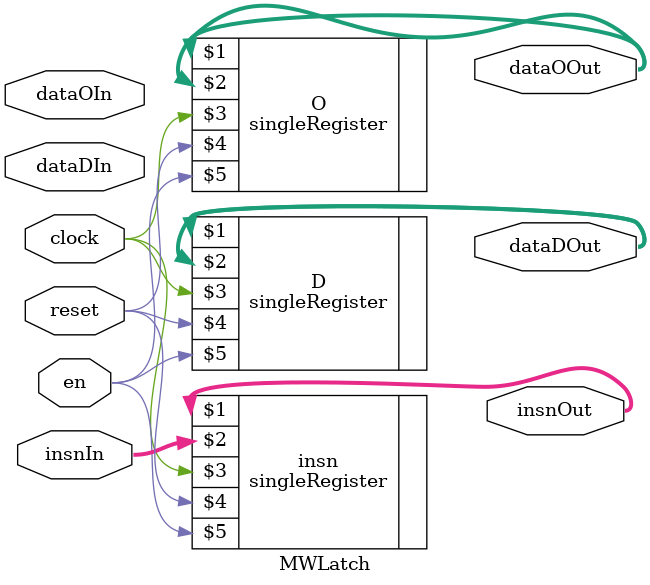
<source format=v>
module MWLatch(insnOut,dataOOut,dataDOut,insnIn,dataOIn,dataDIn,clock,reset,en);
    input [31:0] insnIn,dataOIn,dataDIn;
    input clock,reset,en;

    output [31:0] insnOut,dataOOut,dataDOut;

    //singleRegister insn(insnOut,insnIn,clock,reset,en);
    singleRegister insn(insnOut,insnIn,clock,reset,en);

    singleRegister O(dataOOut,dataOOut,clock,reset,en);
    singleRegister D(dataDOut,dataDOut,clock,reset,en);

    //DFFE needed for exception

endmodule
</source>
